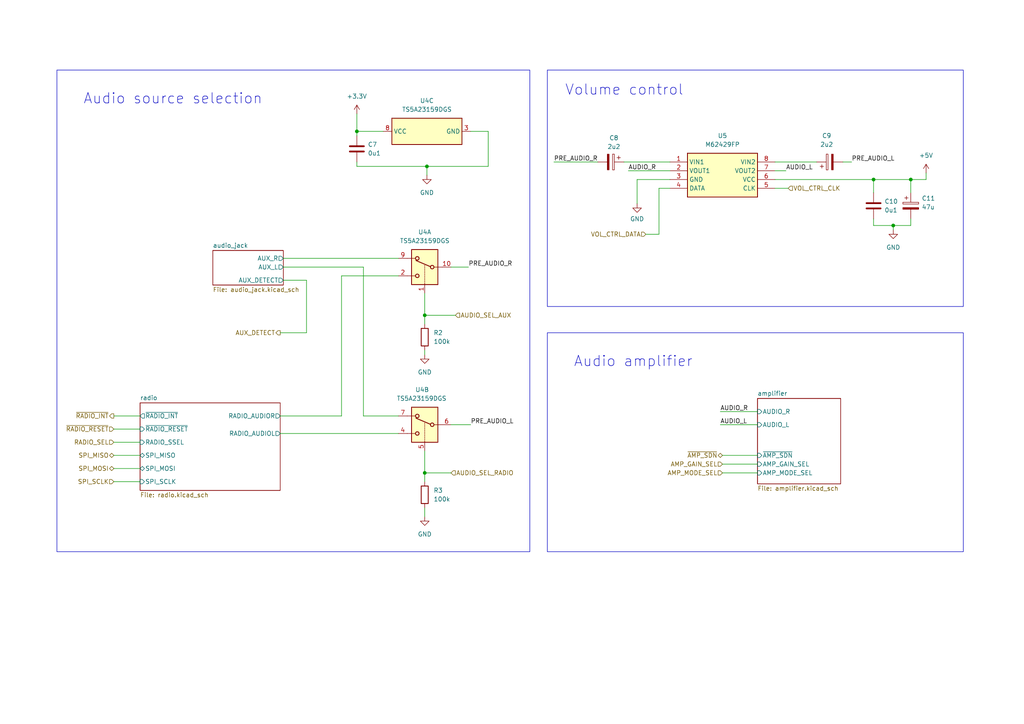
<source format=kicad_sch>
(kicad_sch (version 20230121) (generator eeschema)
  (paper "A4")
  (lib_symbols
    (symbol "Analog_Switch:TS5A23159DGS"
      (property "Reference" "U" (at -5.08 8.89 0))
      (property "Value" "TS5A23159DGS" (at -5.08 6.985 0))
      (symbol "TS5A23159DGS_1_1"
        (rectangle (start -3.81 5.08) (end 3.81 -5.08) (stroke (width 0.254)) (fill (type background)))
        (circle (center -2.159 0) (radius 0.508) (stroke (width 0.254)))
        (polyline (pts (xy -5.08 0) (xy -2.794 0)))
        (polyline (pts (xy -1.651 0.127) (xy 2.54 1.905)) (stroke (width 0.254)))
        (polyline (pts (xy 0 -5.08) (xy 0 -4.572)))
        (polyline (pts (xy 0 -4.318) (xy 0 -4.064)))
        (polyline (pts (xy 0 -3.81) (xy 0 -3.556)))
        (polyline (pts (xy 0 -3.302) (xy 0 -3.048)))
        (polyline (pts (xy 0 -2.794) (xy 0 -2.54)))
        (polyline (pts (xy 0 -2.286) (xy 0 -2.032)))
        (polyline (pts (xy 0 -1.778) (xy 0 -1.524)))
        (polyline (pts (xy 0 -1.27) (xy 0 -1.016)))
        (polyline (pts (xy 0 -0.762) (xy 0 -0.508)))
        (polyline (pts (xy 0 -0.254) (xy 0 0)))
        (polyline (pts (xy 0 0.254) (xy 0 0.508)))
        (polyline (pts (xy 5.08 -2.54) (xy 2.794 -2.54)))
        (polyline (pts (xy 5.08 2.54) (xy 2.794 2.54)))
        (circle (center 2.159 -2.54) (radius 0.508) (stroke (width 0.254)))
        (circle (center 2.159 2.54) (radius 0.508) (stroke (width 0.254)))
        (pin input line (at 0 -7.62 90) (length 2.54) (name "~") (number "1"))
        (pin passive line (at -7.62 0 0) (length 2.54) (name "~") (number "10"))
        (pin passive line (at 7.62 -2.54 180) (length 2.54) (name "~") (number "2"))
        (pin passive line (at 7.62 2.54 180) (length 2.54) (name "~") (number "9"))
      )
      (symbol "TS5A23159DGS_2_1"
        (rectangle (start -3.81 5.08) (end 3.81 -5.08) (stroke (width 0.254)) (fill (type background)))
        (circle (center -2.159 0) (radius 0.508) (stroke (width 0.254)))
        (polyline (pts (xy -5.08 0) (xy -2.794 0)))
        (polyline (pts (xy -1.651 0.127) (xy 2.54 1.905)) (stroke (width 0.254)))
        (polyline (pts (xy 0 -5.08) (xy 0 -4.572)))
        (polyline (pts (xy 0 -4.318) (xy 0 -4.064)))
        (polyline (pts (xy 0 -3.81) (xy 0 -3.556)))
        (polyline (pts (xy 0 -3.302) (xy 0 -3.048)))
        (polyline (pts (xy 0 -2.794) (xy 0 -2.54)))
        (polyline (pts (xy 0 -2.286) (xy 0 -2.032)))
        (polyline (pts (xy 0 -1.778) (xy 0 -1.524)))
        (polyline (pts (xy 0 -1.27) (xy 0 -1.016)))
        (polyline (pts (xy 0 -0.762) (xy 0 -0.508)))
        (polyline (pts (xy 0 -0.254) (xy 0 0)))
        (polyline (pts (xy 0 0.254) (xy 0 0.508)))
        (polyline (pts (xy 5.08 -2.54) (xy 2.794 -2.54)))
        (polyline (pts (xy 5.08 2.54) (xy 2.794 2.54)))
        (circle (center 2.159 -2.54) (radius 0.508) (stroke (width 0.254)))
        (circle (center 2.159 2.54) (radius 0.508) (stroke (width 0.254)))
        (pin passive line (at 7.62 -2.54 180) (length 2.54) (name "~") (number "4"))
        (pin input line (at 0 -7.62 90) (length 2.54) (name "~") (number "5"))
        (pin passive line (at -7.62 0 0) (length 2.54) (name "~") (number "6"))
        (pin passive line (at 7.62 2.54 180) (length 2.54) (name "~") (number "7"))
      )
      (symbol "TS5A23159DGS_3_1"
        (rectangle (start -3.81 10.16) (end 3.81 -10.16) (stroke (width 0.254)) (fill (type background)))
        (pin power_in line (at 0 -12.7 90) (length 2.54) (name "GND") (number "3"))
        (pin power_in line (at 0 12.7 270) (length 2.54) (name "VCC") (number "8"))
      )
    )
    (symbol "Device:C" (pin_numbers hide) (pin_names (offset 0.254))
      (property "Reference" "C" (at 0.635 2.54 0))
      (property "Value" "C" (at 0.635 -2.54 0))
      (symbol "C_0_1"
        (polyline (pts (xy -2.032 -0.762) (xy 2.032 -0.762)) (stroke (width 0.508)))
        (polyline (pts (xy -2.032 0.762) (xy 2.032 0.762)) (stroke (width 0.508)))
      )
      (symbol "C_1_1"
        (pin passive line (at 0 3.81 270) (length 2.794) (name "~") (number "1"))
        (pin passive line (at 0 -3.81 90) (length 2.794) (name "~") (number "2"))
      )
    )
    (symbol "Device:C_Polarized" (pin_numbers hide) (pin_names (offset 0.254))
      (property "Reference" "C" (at 0.635 2.54 0))
      (property "Value" "C_Polarized" (at 0.635 -2.54 0))
      (symbol "C_Polarized_0_1"
        (rectangle (start -2.286 0.508) (end 2.286 1.016))
        (polyline (pts (xy -1.778 2.286) (xy -0.762 2.286)))
        (polyline (pts (xy -1.27 2.794) (xy -1.27 1.778)))
        (rectangle (start 2.286 -0.508) (end -2.286 -1.016) (fill (type outline)))
      )
      (symbol "C_Polarized_1_1"
        (pin passive line (at 0 3.81 270) (length 2.794) (name "~") (number "1"))
        (pin passive line (at 0 -3.81 90) (length 2.794) (name "~") (number "2"))
      )
    )
    (symbol "Device:R" (pin_numbers hide) (pin_names (offset 0))
      (property "Reference" "R" (at 2.032 0 90))
      (property "Value" "R" (at 0 0 90))
      (symbol "R_0_1"
        (rectangle (start -1.016 -2.54) (end 1.016 2.54) (stroke (width 0.254)))
      )
      (symbol "R_1_1"
        (pin passive line (at 0 3.81 270) (length 1.27) (name "~") (number "1"))
        (pin passive line (at 0 -3.81 90) (length 1.27) (name "~") (number "2"))
      )
    )
    (symbol "lib:M62429FP"
      (property "Reference" "U" (at 26.67 7.62 0))
      (property "Value" "M62429FP" (at 26.67 5.08 0))
      (symbol "M62429FP_1_1"
        (rectangle (start 5.08 2.54) (end 25.4 -10.16) (stroke (width 0.254)) (fill (type background)))
        (pin passive line (at 0 0 0) (length 5.08) (name "VIN1") (number "1"))
        (pin passive line (at 0 -2.54 0) (length 5.08) (name "VOUT1") (number "2"))
        (pin passive line (at 0 -5.08 0) (length 5.08) (name "GND") (number "3"))
        (pin passive line (at 0 -7.62 0) (length 5.08) (name "DATA") (number "4"))
        (pin passive line (at 30.48 -7.62 180) (length 5.08) (name "CLK") (number "5"))
        (pin passive line (at 30.48 -5.08 180) (length 5.08) (name "VCC") (number "6"))
        (pin passive line (at 30.48 -2.54 180) (length 5.08) (name "VOUT2") (number "7"))
        (pin passive line (at 30.48 0 180) (length 5.08) (name "VIN2") (number "8"))
      )
    )
    (symbol "power:+3.3V" (power) (pin_names (offset 0))
      (property "Value" "+3.3V" (at 0 3.556 0))
      (symbol "+3.3V_0_1"
        (polyline (pts (xy -0.762 1.27) (xy 0 2.54)))
        (polyline (pts (xy 0 0) (xy 0 2.54)))
        (polyline (pts (xy 0 2.54) (xy 0.762 1.27)))
      )
      (symbol "+3.3V_1_1"
        (pin power_in line (at 0 0 90) (length 0) hide (name "+3.3V") (number "1"))
      )
    )
    (symbol "power:+5V" (power) (pin_names (offset 0))
      (property "Value" "+5V" (at 0 3.556 0))
      (symbol "+5V_0_1"
        (polyline (pts (xy -0.762 1.27) (xy 0 2.54)))
        (polyline (pts (xy 0 0) (xy 0 2.54)))
        (polyline (pts (xy 0 2.54) (xy 0.762 1.27)))
      )
      (symbol "+5V_1_1"
        (pin power_in line (at 0 0 90) (length 0) hide (name "+5V") (number "1"))
      )
    )
    (symbol "power:GND" (power) (pin_names (offset 0))
      (property "Value" "GND" (at 0 -3.81 0))
      (symbol "GND_0_1"
        (polyline (pts (xy 0 0) (xy 0 -1.27) (xy 1.27 -1.27) (xy 0 -2.54) (xy -1.27 -1.27) (xy 0 -1.27)))
      )
      (symbol "GND_1_1"
        (pin power_in line (at 0 0 270) (length 0) hide (name "GND") (number "1"))
      )
    )
  )
  (junction (at 123.19 91.44))
  (junction (at 259.08 65.405))
  (junction (at 123.825 48.26))
  (junction (at 103.505 38.1))
  (junction (at 264.16 52.07))
  (junction (at 123.19 137.16))
  (junction (at 253.365 52.07))
  (wire (pts (xy 105.41 77.47) (xy 105.41 120.65)))
  (wire (pts (xy 253.365 52.07) (xy 253.365 55.88)))
  (wire (pts (xy 253.365 52.07) (xy 264.16 52.07)))
  (wire (pts (xy 259.08 65.405) (xy 259.08 66.675)))
  (wire (pts (xy 187.325 67.945) (xy 191.135 67.945)))
  (wire (pts (xy 136.525 38.1) (xy 141.605 38.1)))
  (wire (pts (xy 253.365 63.5) (xy 253.365 65.405)))
  (wire (pts (xy 182.245 49.53) (xy 194.31 49.53)))
  (wire (pts (xy 81.28 125.73) (xy 115.57 125.73)))
  (wire (pts (xy 209.55 132.08) (xy 219.71 132.08)))
  (wire (pts (xy 209.55 134.62) (xy 219.71 134.62)))
  (wire (pts (xy 33.02 128.27) (xy 40.64 128.27)))
  (wire (pts (xy 103.505 33.02) (xy 103.505 38.1)))
  (wire (pts (xy 123.19 101.6) (xy 123.19 102.87)))
  (wire (pts (xy 224.79 52.07) (xy 253.365 52.07)))
  (wire (pts (xy 123.825 48.26) (xy 123.825 50.8)))
  (wire (pts (xy 224.79 54.61) (xy 228.6 54.61)))
  (wire (pts (xy 264.16 63.5) (xy 264.16 65.405)))
  (wire (pts (xy 33.02 139.7) (xy 40.64 139.7)))
  (wire (pts (xy 224.79 49.53) (xy 227.965 49.53)))
  (wire (pts (xy 123.19 91.44) (xy 123.19 93.98)))
  (wire (pts (xy 33.02 132.08) (xy 40.64 132.08)))
  (wire (pts (xy 103.505 39.37) (xy 103.505 38.1)))
  (wire (pts (xy 123.19 130.81) (xy 123.19 137.16)))
  (wire (pts (xy 99.06 120.65) (xy 99.06 80.01)))
  (wire (pts (xy 82.169 81.28) (xy 88.9 81.28)))
  (wire (pts (xy 209.55 137.16) (xy 219.71 137.16)))
  (wire (pts (xy 184.785 52.07) (xy 184.785 59.055)))
  (wire (pts (xy 103.505 46.99) (xy 103.505 48.26)))
  (wire (pts (xy 208.915 119.38) (xy 219.71 119.38)))
  (wire (pts (xy 103.505 48.26) (xy 123.825 48.26)))
  (wire (pts (xy 208.915 123.19) (xy 219.71 123.19)))
  (wire (pts (xy 264.16 52.07) (xy 264.16 55.88)))
  (wire (pts (xy 236.855 46.99) (xy 224.79 46.99)))
  (wire (pts (xy 123.19 91.44) (xy 132.08 91.44)))
  (wire (pts (xy 123.19 137.16) (xy 123.19 139.7)))
  (wire (pts (xy 191.135 54.61) (xy 191.135 67.945)))
  (wire (pts (xy 33.02 135.89) (xy 40.64 135.89)))
  (wire (pts (xy 123.825 48.26) (xy 141.605 48.26)))
  (wire (pts (xy 81.28 120.65) (xy 99.06 120.65)))
  (wire (pts (xy 141.605 38.1) (xy 141.605 48.26)))
  (wire (pts (xy 244.475 46.99) (xy 247.015 46.99)))
  (wire (pts (xy 194.31 52.07) (xy 184.785 52.07)))
  (wire (pts (xy 88.9 81.28) (xy 88.9 96.52)))
  (wire (pts (xy 123.19 85.09) (xy 123.19 91.44)))
  (wire (pts (xy 268.605 50.165) (xy 268.605 52.07)))
  (wire (pts (xy 88.9 96.52) (xy 81.28 96.52)))
  (wire (pts (xy 103.505 38.1) (xy 111.125 38.1)))
  (wire (pts (xy 33.02 120.65) (xy 40.64 120.65)))
  (wire (pts (xy 264.16 65.405) (xy 259.08 65.405)))
  (wire (pts (xy 99.06 80.01) (xy 115.57 80.01)))
  (wire (pts (xy 33.02 124.46) (xy 40.64 124.46)))
  (wire (pts (xy 180.975 46.99) (xy 194.31 46.99)))
  (wire (pts (xy 82.169 77.47) (xy 105.41 77.47)))
  (wire (pts (xy 130.81 77.47) (xy 135.89 77.47)))
  (wire (pts (xy 194.31 54.61) (xy 191.135 54.61)))
  (wire (pts (xy 160.655 46.99) (xy 173.355 46.99)))
  (wire (pts (xy 123.19 137.16) (xy 130.81 137.16)))
  (wire (pts (xy 253.365 65.405) (xy 259.08 65.405)))
  (wire (pts (xy 82.169 74.93) (xy 115.57 74.93)))
  (wire (pts (xy 264.16 52.07) (xy 268.605 52.07)))
  (wire (pts (xy 130.81 123.19) (xy 136.525 123.19)))
  (wire (pts (xy 105.41 120.65) (xy 115.57 120.65)))
  (wire (pts (xy 123.19 147.32) (xy 123.19 149.86)))
  (rectangle (start 158.75 20.32) (end 279.4 88.9))
  (rectangle (start 158.75 96.52) (end 279.4 160.02))
  (rectangle (start 16.51 20.32) (end 153.67 160.02))
  (text "Volume control" (at 163.83 27.94 0) (effects (font (size 3 3)) (justify left bottom)))
  (text "Audio amplifier" (at 166.37 106.68 0) (effects (font (size 3 3)) (justify left bottom)))
  (text "Audio source selection" (at 24.13 30.48 0) (effects (font (size 3 3)) (justify left bottom)))
  (label "PRE_AUDIO_R" (at 135.89 77.47 0))
  (label "AUDIO_L" (at 208.915 123.19 0))
  (label "AUDIO_L" (at 227.965 49.53 0))
  (label "PRE_AUDIO_L" (at 136.525 123.19 0))
  (label "AUDIO_R" (at 182.245 49.53 0))
  (label "PRE_AUDIO_L" (at 247.015 46.99 0))
  (label "PRE_AUDIO_R" (at 160.655 46.99 0))
  (label "AUDIO_R" (at 208.915 119.38 0))
  (hierarchical_label "~{RADIO_RESET}" (shape input) (at 33.02 124.46 180))
  (hierarchical_label "SPI_MISO" (shape bidirectional) (at 33.02 132.08 180))
  (hierarchical_label "AUDIO_SEL_RADIO" (shape input) (at 130.81 137.16 0))
  (hierarchical_label "~{RADIO_INT}" (shape output) (at 33.02 120.65 180))
  (hierarchical_label "~{AMP_SDN}" (shape bidirectional) (at 209.55 132.08 180))
  (hierarchical_label "AUX_DETECT" (shape output) (at 81.28 96.52 180))
  (hierarchical_label "SPI_SCLK" (shape input) (at 33.02 139.7 180))
  (hierarchical_label "AMP_GAIN_SEL" (shape input) (at 209.55 134.62 180))
  (hierarchical_label "VOL_CTRL_CLK" (shape input) (at 228.6 54.61 0))
  (hierarchical_label "SPI_MOSI" (shape bidirectional) (at 33.02 135.89 180))
  (hierarchical_label "RADIO_SEL" (shape input) (at 33.02 128.27 180))
  (hierarchical_label "AMP_MODE_SEL" (shape input) (at 209.55 137.16 180))
  (hierarchical_label "VOL_CTRL_DATA" (shape input) (at 187.325 67.945 180))
  (hierarchical_label "AUDIO_SEL_AUX" (shape input) (at 132.08 91.44 0))
  (symbol (lib_id "Device:C") (at 253.365 59.69 0) (unit 1)
    (property "Reference" "C10" (at 256.54 58.42 0) (effects (justify left)))
    (property "Value" "0u1" (at 256.54 60.96 0) (effects (justify left)))
    (property "Footprint" "Capacitor_SMD:C_0402_1005Metric" (effects hide))
  )
  (symbol (lib_id "Analog_Switch:TS5A23159DGS") (at 123.19 77.47 0) (mirror y) (unit 1)
    (property "Reference" "U4" (at 123.19 67.31 0))
    (property "Value" "TS5A23159DGS" (at 123.19 69.85 0))
    (property "Footprint" "Package_SO:VSSOP-10_3x3mm_P0.5mm" (effects hide))
    (property "Datasheet" "http://www.ti.com/lit/ds/symlink/ts5a23159.pdf" (effects hide))
  )
  (symbol (lib_id "Device:C") (at 103.505 43.18 0) (unit 1)
    (property "Reference" "C7" (at 106.68 41.91 0) (effects (justify left)))
    (property "Value" "0u1" (at 106.68 44.45 0) (effects (justify left)))
    (property "Footprint" "Capacitor_SMD:C_0402_1005Metric" (effects hide))
  )
  (symbol (lib_id "power:+5V") (at 268.605 50.165 0) (unit 1)
    (property "Reference" "#PWR017" (effects hide))
    (property "Value" "+5V" (at 268.605 45.085 0))
  )
  (symbol (lib_id "Device:R") (at 123.19 143.51 0) (unit 1)
    (property "Reference" "R3" (at 125.73 142.24 0) (effects (justify left)))
    (property "Value" "100k" (at 125.73 144.78 0) (effects (justify left)))
    (property "Footprint" "Resistor_SMD:R_0402_1005Metric" (effects hide))
  )
  (symbol (lib_id "power:+3.3V") (at 103.505 33.02 0) (unit 1)
    (property "Reference" "#PWR011" (effects hide))
    (property "Value" "+3.3V" (at 103.505 27.94 0))
  )
  (symbol (lib_id "power:GND") (at 123.825 50.8 0) (unit 1)
    (property "Reference" "#PWR014" (effects hide))
    (property "Value" "GND" (at 123.825 55.88 0))
  )
  (symbol (lib_id "lib:M62429FP") (at 194.31 46.99 0) (unit 1)
    (property "Reference" "U5" (at 209.55 39.37 0))
    (property "Value" "M62429FP" (at 209.55 41.91 0))
    (property "Footprint" "Package_SO:SOP-8_3.9x4.9mm_P1.27mm" (effects hide))
    (property "Datasheet" "http://nice.kaze.com/M62429.pdf" (effects hide))
    (property "Height" "1.9" (effects hide))
    (property "Manufacturer_Name" "Mitsubishi Electric" (effects hide))
    (property "Manufacturer_Part_Number" "M62429FP" (effects hide))
  )
  (symbol (lib_id "Device:C_Polarized") (at 177.165 46.99 270) (unit 1)
    (property "Reference" "C8" (at 178.054 40.005 90))
    (property "Value" "2u2" (at 178.054 42.545 90))
    (property "Footprint" "Capacitor_SMD:CP_Elec_4x5.4" (effects hide))
  )
  (symbol (lib_id "power:GND") (at 123.19 149.86 0) (unit 1)
    (property "Reference" "#PWR013" (effects hide))
    (property "Value" "GND" (at 123.19 154.94 0))
  )
  (symbol (lib_id "Analog_Switch:TS5A23159DGS") (at 123.19 123.19 0) (mirror y) (unit 2)
    (property "Reference" "U4" (at 124.46 113.03 0) (effects (justify left)))
    (property "Value" "TS5A23159DGS" (at 129.54 115.57 0) (effects (justify left)))
    (property "Footprint" "Package_SO:VSSOP-10_3x3mm_P0.5mm" (effects hide))
    (property "Datasheet" "http://www.ti.com/lit/ds/symlink/ts5a23159.pdf" (effects hide))
  )
  (symbol (lib_id "Analog_Switch:TS5A23159DGS") (at 123.825 38.1 90) (unit 3)
    (property "Reference" "U4" (at 123.825 29.21 90))
    (property "Value" "TS5A23159DGS" (at 123.825 31.75 90))
    (property "Footprint" "Package_SO:VSSOP-10_3x3mm_P0.5mm" (effects hide))
    (property "Datasheet" "http://www.ti.com/lit/ds/symlink/ts5a23159.pdf" (effects hide))
  )
  (symbol (lib_id "power:GND") (at 184.785 59.055 0) (unit 1)
    (property "Reference" "#PWR015" (effects hide))
    (property "Value" "GND" (at 184.785 63.5 0))
  )
  (symbol (lib_id "Device:C_Polarized") (at 240.665 46.99 90) (unit 1)
    (property "Reference" "C9" (at 239.776 39.37 90))
    (property "Value" "2u2" (at 239.776 41.91 90))
    (property "Footprint" "Capacitor_SMD:CP_Elec_4x5.4" (effects hide))
  )
  (symbol (lib_id "Device:R") (at 123.19 97.79 0) (unit 1)
    (property "Reference" "R2" (at 125.73 96.52 0) (effects (justify left)))
    (property "Value" "100k" (at 125.73 99.06 0) (effects (justify left)))
    (property "Footprint" "Resistor_SMD:R_0402_1005Metric" (effects hide))
  )
  (symbol (lib_id "Device:C_Polarized") (at 264.16 59.69 0) (unit 1)
    (property "Reference" "C11" (at 267.335 57.531 0) (effects (justify left)))
    (property "Value" "47u" (at 267.335 60.071 0) (effects (justify left)))
    (property "Footprint" "Capacitor_SMD:CP_Elec_5x5.4" (effects hide))
  )
  (symbol (lib_id "power:GND") (at 123.19 102.87 0) (unit 1)
    (property "Reference" "#PWR012" (effects hide))
    (property "Value" "GND" (at 123.19 107.95 0))
  )
  (symbol (lib_id "power:GND") (at 259.08 66.675 0) (unit 1)
    (property "Reference" "#PWR016" (effects hide))
    (property "Value" "GND" (at 259.08 71.755 0))
  )
  (sheet (at 40.64 116.84) (size 40.64 25.4) (stroke (width 0.1524))
    (property "Sheetname" "radio" (at 40.64 116.1284 0) (effects (justify left bottom)))
    (property "Sheetfile" "radio.kicad_sch" (at 40.64 142.8246 0) (effects (justify left top)))
    (pin "RADIO_AUDIOL" output (at 81.28 125.73 0))
    (pin "RADIO_AUDIOR" output (at 81.28 120.65 0))
    (pin "~{RADIO_INT}" output (at 40.64 120.65 180))
    (pin "~{RADIO_RESET}" input (at 40.64 124.46 180))
    (pin "RADIO_SSEL" input (at 40.64 128.27 180))
    (pin "SPI_MISO" bidirectional (at 40.64 132.08 180))
    (pin "SPI_MOSI" bidirectional (at 40.64 135.89 180))
    (pin "SPI_SCLK" input (at 40.64 139.7 180))
  )
  (sheet (at 61.722 72.644) (size 20.447 10.033) (stroke (width 0.1524))
    (property "Sheetname" "audio_jack" (at 61.722 71.9324 0) (effects (justify left bottom)))
    (property "Sheetfile" "audio_jack.kicad_sch" (at 61.722 83.2616 0) (effects (justify left top)))
    (pin "AUX_R" output (at 82.169 74.93 0))
    (pin "AUX_L" output (at 82.169 77.47 0))
    (pin "AUX_DETECT" output (at 82.169 81.28 0))
  )
  (sheet (at 219.71 115.57) (size 24.13 24.765) (stroke (width 0.1524))
    (property "Sheetname" "amplifier" (at 219.71 114.8584 0) (effects (justify left bottom)))
    (property "Sheetfile" "amplifier.kicad_sch" (at 219.71 140.9196 0) (effects (justify left top)))
    (pin "AUDIO_R" input (at 219.71 119.38 180))
    (pin "AUDIO_L" input (at 219.71 123.19 180))
    (pin "AMP_GAIN_SEL" input (at 219.71 134.62 180))
    (pin "AMP_MODE_SEL" input (at 219.71 137.16 180))
    (pin "~{AMP_SDN}" input (at 219.71 132.08 180))
  )
)
</source>
